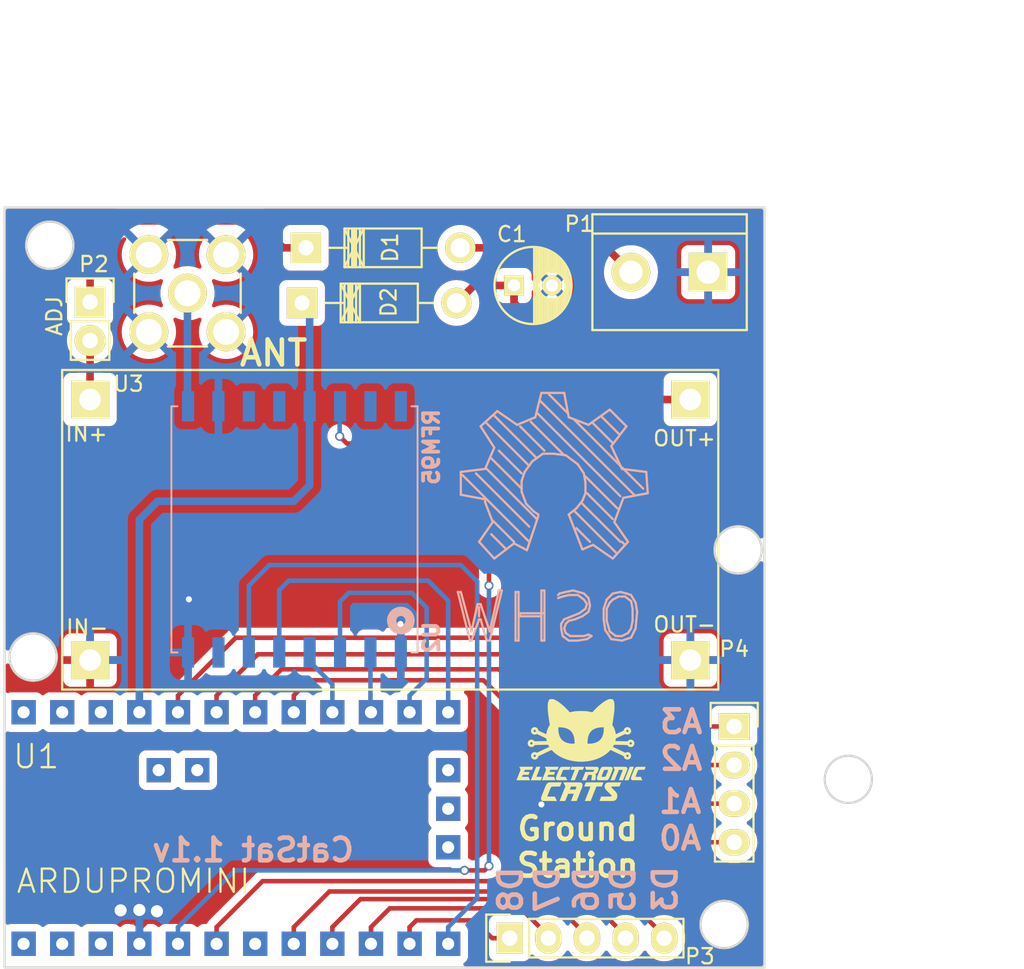
<source format=kicad_pcb>
(kicad_pcb (version 20221018) (generator pcbnew)
  (title_block (title "earth_station") (date "2016-08-03") (rev "0.2") (company "Electronic Cats") (comment 1 "Eduardo Contreras"))
  (layers (0 "F.Cu" signal) (31 "B.Cu" signal) (34 "B.Paste" user) (35 "F.Paste" user) (36 "B.SilkS" user "B.Silkscreen") (37 "F.SilkS" user "F.Silkscreen") (38 "B.Mask" user) (39 "F.Mask" user) (44 "Edge.Cuts" user))
  (net 0 "")
  (net 1 "Net-(A1-Pad1)")
  (net 2 "GND")
  (net 3 "VCC")
  (net 4 "Net-(U1-Pad7)")
  (net 5 "Net-(U1-Pad8)")
  (net 6 "Net-(U1-Pad9)")
  (net 7 "/INT0")
  (net 8 "Net-(U1-Pad13)")
  (net 9 "/RST")
  (net 10 "Net-(U1-Pad19)")
  (net 11 "Net-(U1-Pad20)")
  (net 12 "Net-(U1-Pad21)")
  (net 13 "/SCK")
  (net 14 "/MISO")
  (net 15 "/MOSI")
  (net 16 "/NSS")
  (net 17 "Net-(U1-Pad32)")
  (net 18 "Net-(U1-Pad31)")
  (net 19 "Net-(U2-Pad9)")
  (net 20 "Net-(U2-Pad10)")
  (net 21 "Net-(U2-Pad13)")
  (net 22 "Net-(U2-Pad14)")
  (net 23 "Net-(U2-Pad7)")
  (net 24 "(+3.3)")
  (net 25 "Net-(D1-Pad2)")
  (net 26 "Net-(D1-Pad1)")
  (net 27 "Net-(P2-Pad2)")
  (net 28 "Net-(P3-Pad1)")
  (net 29 "Net-(P3-Pad2)")
  (net 30 "Net-(P3-Pad3)")
  (net 31 "Net-(P3-Pad4)")
  (net 32 "Net-(P3-Pad5)")
  (net 33 "Net-(P4-Pad1)")
  (net 34 "Net-(P4-Pad2)")
  (net 35 "Net-(P4-Pad3)")
  (net 36 "Net-(P4-Pad4)")
  (footprint "smd:AMPHENOL_901-144" (layer "F.Cu") (at 121.16 78.31)
    (fp_text reference "A1")
    (fp_text value "ANT" (at 5.665 3.94) (layer "F.SilkS") (effects (font (size 1.64 1.64) (thickness 0.3))))
    (pad "1" thru_hole circle (at 0 0) (size 2.5527 2.5527) (drill 1.7018) (layers "*.Cu" "*.Mask" "F.SilkS") (net 1 "Net-(A1-Pad1)"))
    (pad "2" thru_hole circle (at -2.54 -2.54) (size 2.5527 2.5527) (drill 1.7018) (layers "*.Cu" "*.Mask" "F.SilkS") (net 2 "GND"))
    (pad "3" thru_hole circle (at -2.54 2.54) (size 2.5527 2.5527) (drill 1.7018) (layers "*.Cu" "*.Mask" "F.SilkS") (net 2 "GND"))
    (pad "4" thru_hole circle (at 2.54 2.54) (size 2.5527 2.5527) (drill 1.7018) (layers "*.Cu" "*.Mask" "F.SilkS") (net 2 "GND"))
    (pad "5" thru_hole circle (at 2.54 -2.54) (size 2.5527 2.5527) (drill 1.7018) (layers "*.Cu" "*.Mask" "F.SilkS") (net 2 "GND"))
  )
  (footprint "Capacitors_ThroughHole:C_Radial_D5_L6_P2.5" (layer "F.Cu") (at 142.65 77.8)
    (fp_text reference "C1" (at -0.15 -3.375) (layer "F.SilkS"))
    (fp_text value "10uF")
    (pad "1" thru_hole rect (at 0 0) (size 1.3 1.3) (drill 0.8) (layers "*.Cu" "*.Mask" "F.SilkS") (net 24 "(+3.3)"))
    (pad "2" thru_hole circle (at 2.5 0) (size 1.3 1.3) (drill 0.8) (layers "*.Cu" "*.Mask" "F.SilkS") (net 2 "GND"))
  )
  (footprint "CatSat:arduinoMiniPro2" (layer "F.Cu") (at 116.725 116.045 90)
    (fp_text reference "U1" (at 7.245 -5.525 180) (layer "F.SilkS") (effects (font (size 1.524 1.524))))
    (fp_text value "ARDUPROMINI" (at -0.955 0.875) (layer "F.SilkS") (effects (font (size 1.524 1.524))))
    (pad "7" thru_hole rect (at -5.08 -6.35 270) (size 1.6 1.6) (drill 0.8) (layers "*.Cu" "*.Mask") (net 4 "Net-(U1-Pad7)"))
    (pad "8" thru_hole rect (at -5.08 -3.81 270) (size 1.6 1.6) (drill 0.8) (layers "*.Cu" "*.Mask") (net 5 "Net-(U1-Pad8)"))
    (pad "9" thru_hole rect (at -5.08 -1.27 270) (size 1.6 1.6) (drill 0.8) (layers "*.Cu" "*.Mask") (net 6 "Net-(U1-Pad9)"))
    (pad "10" thru_hole rect (at -5.08 1.27 270) (size 1.6 1.6) (drill 0.8) (layers "*.Cu" "*.Mask") (net 2 "GND"))
    (pad "11" thru_hole rect (at -5.08 3.81 270) (size 1.6 1.6) (drill 0.8) (layers "*.Cu" "*.Mask") (net 7 "/INT0"))
    (pad "12" thru_hole rect (at -5.08 6.35 270) (size 1.6 1.6) (drill 0.8) (layers "*.Cu" "*.Mask") (net 32 "Net-(P3-Pad5)"))
    (pad "13" thru_hole rect (at -5.08 8.89 270) (size 1.6 1.6) (drill 0.8) (layers "*.Cu" "*.Mask") (net 8 "Net-(U1-Pad13)"))
    (pad "14" thru_hole rect (at -5.08 11.43 270) (size 1.6 1.6) (drill 0.8) (layers "*.Cu" "*.Mask") (net 31 "Net-(P3-Pad4)"))
    (pad "15" thru_hole rect (at -5.08 13.97 270) (size 1.6 1.6) (drill 0.8) (layers "*.Cu" "*.Mask") (net 30 "Net-(P3-Pad3)"))
    (pad "16" thru_hole rect (at -5.08 16.51 270) (size 1.6 1.6) (drill 0.8) (layers "*.Cu" "*.Mask") (net 29 "Net-(P3-Pad2)"))
    (pad "17" thru_hole rect (at -5.08 19.05 270) (size 1.6 1.6) (drill 0.8) (layers "*.Cu" "*.Mask") (net 28 "Net-(P3-Pad1)"))
    (pad "18" thru_hole rect (at -5.08 21.59 270) (size 1.6 1.6) (drill 0.8) (layers "*.Cu" "*.Mask") (net 9 "/RST"))
    (pad "19" thru_hole rect (at 10.16 -6.35 270) (size 1.6 1.6) (drill 0.8) (layers "*.Cu" "*.Mask") (net 10 "Net-(U1-Pad19)"))
    (pad "20" thru_hole rect (at 10.16 -3.81 270) (size 1.6 1.6) (drill 0.8) (layers "*.Cu" "*.Mask") (net 11 "Net-(U1-Pad20)"))
    (pad "21" thru_hole rect (at 10.16 -1.27 270) (size 1.6 1.6) (drill 0.8) (layers "*.Cu" "*.Mask") (net 12 "Net-(U1-Pad21)"))
    (pad "22" thru_hole rect (at 10.16 1.27 270) (size 1.6 1.6) (drill 0.8) (layers "*.Cu" "*.Mask") (net 3 "VCC"))
    (pad "23" thru_hole rect (at 10.16 3.81 270) (size 1.6 1.6) (drill 0.8) (layers "*.Cu" "*.Mask") (net 33 "Net-(P4-Pad1)"))
    (pad "24" thru_hole rect (at 10.16 6.35 270) (size 1.6 1.6) (drill 0.8) (layers "*.Cu" "*.Mask") (net 34 "Net-(P4-Pad2)"))
    (pad "25" thru_hole rect (at 10.16 8.89 270) (size 1.6 1.6) (drill 0.8) (layers "*.Cu" "*.Mask") (net 35 "Net-(P4-Pad3)"))
    (pad "26" thru_hole rect (at 10.16 11.43 270) (size 1.6 1.6) (drill 0.8) (layers "*.Cu" "*.Mask") (net 36 "Net-(P4-Pad4)"))
    (pad "27" thru_hole rect (at 10.16 13.97 270) (size 1.6 1.6) (drill 0.8) (layers "*.Cu" "*.Mask") (net 13 "/SCK"))
    (pad "28" thru_hole rect (at 10.16 16.51 270) (size 1.6 1.6) (drill 0.8) (layers "*.Cu" "*.Mask") (net 14 "/MISO"))
    (pad "29" thru_hole rect (at 10.16 19.05 270) (size 1.6 1.6) (drill 0.8) (layers "*.Cu" "*.Mask") (net 15 "/MOSI"))
    (pad "30" thru_hole rect (at 10.16 21.59 270) (size 1.6 1.6) (drill 0.8) (layers "*.Cu" "*.Mask") (net 16 "/NSS"))
    (pad "31" thru_hole rect (at 6.35 5.08) (size 1.6 1.6) (drill 0.8) (layers "*.Cu" "*.Mask") (net 18 "Net-(U1-Pad31)"))
    (pad "32" thru_hole rect (at 6.35 2.54) (size 1.6 1.6) (drill 0.8) (layers "*.Cu" "*.Mask") (net 17 "Net-(U1-Pad32)"))
    (pad "A6" thru_hole rect (at 3.81 21.59) (size 1.6 1.6) (drill 0.8) (layers "*.Cu" "*.Mask"))
    (pad "A7" thru_hole rect (at 6.35 21.59) (size 1.6 1.6) (drill 0.8) (layers "*.Cu" "*.Mask"))
    (pad "GND4" thru_hole rect (at 1.27 21.59) (size 1.6 1.6) (drill 0.8) (layers "*.Cu" "*.Mask"))
  )
  (footprint "Diodes_ThroughHole:Diode_DO-41_SOD81_Horizontal_RM10" (layer "F.Cu") (at 128.7 78.95254)
    (fp_text reference "D2" (at 5.7 -0.05 90) (layer "F.SilkS"))
    (fp_text value "D")
    (pad "1" thru_hole rect (at 0 -0.00254 180) (size 1.99898 1.99898) (drill 1.00076) (layers "*.Cu" "*.Mask" "F.SilkS") (net 3 "VCC"))
    (pad "2" thru_hole circle (at 10.16 -0.00254 180) (size 1.99898 1.99898) (drill 1.27) (layers "*.Cu" "*.Mask" "F.SilkS") (net 24 "(+3.3)"))
  )
  (footprint "Connect:bornier2" (layer "F.Cu") (at 152.885 76.925 180)
    (fp_text reference "P1" (at 5.935 3.175 180) (layer "F.SilkS"))
    (fp_text value "CONN_01X02")
    (pad "1" thru_hole rect (at -2.54 0 180) (size 2.54 2.54) (drill 1.524) (layers "*.Cu" "*.Mask" "F.SilkS") (net 2 "GND"))
    (pad "2" thru_hole circle (at 2.54 0 180) (size 2.54 2.54) (drill 1.524) (layers "*.Cu" "*.Mask" "F.SilkS") (net 25 "Net-(D1-Pad2)"))
  )
  (footprint "CatSat:LM2596DC-DC" (layer "F.Cu") (at 112.9115 83.3615)
    (fp_text reference "U3" (at 4.365 0.9135) (layer "F.SilkS"))
    (fp_text value "LM2596_DC-DC")
    (fp_text user "OUT+" (at 40.95 4.5) (layer "F.SilkS"))
    (fp_text user "OUT-" (at 40.96 16.75) (layer "F.SilkS"))
    (fp_text user "IN-" (at 1.65 16.95) (layer "F.SilkS"))
    (fp_text user "IN+" (at 1.6 4.2) (layer "F.SilkS"))
    (pad "1" thru_hole rect (at 1.8415 1.9435) (size 2.5 2.5) (drill 1.42) (layers "*.Cu" "*.Mask" "F.SilkS") (net 27 "Net-(P2-Pad2)"))
    (pad "2" thru_hole rect (at 1.84 19.0885) (size 2.5 2.5) (drill 1.42) (layers "*.Cu" "*.Mask" "F.SilkS") (net 2 "GND"))
    (pad "3" thru_hole rect (at 41.3385 1.9435) (size 2.5 2.5) (drill 1.42) (layers "*.Cu" "*.Mask" "F.SilkS") (net 24 "(+3.3)"))
    (pad "4" thru_hole rect (at 41.3385 19.0885) (size 2.5 2.5) (drill 1.42) (layers "*.Cu" "*.Mask" "F.SilkS") (net 2 "GND"))
  )
  (footprint "Diodes_ThroughHole:Diode_DO-41_SOD81_Horizontal_RM10" (layer "F.Cu") (at 128.95 75.325)
    (fp_text reference "D1" (at 5.55 -0.025 90) (layer "F.SilkS"))
    (fp_text value "1N400x")
    (pad "1" thru_hole rect (at 0 -0.00254 180) (size 1.99898 1.99898) (drill 1.00076) (layers "*.Cu" "*.Mask" "F.SilkS") (net 26 "Net-(D1-Pad1)"))
    (pad "2" thru_hole circle (at 10.16 -0.00254 180) (size 1.99898 1.99898) (drill 1.27) (layers "*.Cu" "*.Mask" "F.SilkS") (net 25 "Net-(D1-Pad2)"))
  )
  (footprint "theinventorhouse:electronic_cats_logo_8x6" (layer "F.Cu") (at 147.06 108.37)
    (fp_text reference "G***" hide)
    (fp_text value "LOGO" hide)
  )
  (footprint "Pin_Headers:Pin_Header_Straight_1x02" (layer "F.Cu") (at 114.75 78.885)
    (fp_text reference "P2" (at 0.25 -2.485) (layer "F.SilkS"))
    (fp_text value "ADJ" (at -2.35 0.915 90) (layer "F.SilkS"))
    (pad "1" thru_hole rect (at 0 0) (size 2.032 2.032) (drill 1.016) (layers "*.Cu" "*.Mask" "F.SilkS") (net 26 "Net-(D1-Pad1)"))
    (pad "2" thru_hole oval (at 0 2.54) (size 2.032 2.032) (drill 1.016) (layers "*.Cu" "*.Mask" "F.SilkS") (net 27 "Net-(P2-Pad2)"))
  )
  (footprint "Pin_Headers:Pin_Header_Straight_1x05" (layer "F.Cu") (at 142.37 120.75 90)
    (fp_text reference "P3" (at -1.2 12.51 180) (layer "F.SilkS"))
    (fp_text value "CONN_01X05")
    (pad "1" thru_hole rect (at 0 0 90) (size 2.032 1.7272) (drill 1.016) (layers "*.Cu" "*.Mask" "F.SilkS") (net 28 "Net-(P3-Pad1)"))
    (pad "2" thru_hole oval (at 0 2.54 90) (size 2.032 1.7272) (drill 1.016) (layers "*.Cu" "*.Mask" "F.SilkS") (net 29 "Net-(P3-Pad2)"))
    (pad "3" thru_hole oval (at 0 5.08 90) (size 2.032 1.7272) (drill 1.016) (layers "*.Cu" "*.Mask" "F.SilkS") (net 30 "Net-(P3-Pad3)"))
    (pad "4" thru_hole oval (at 0 7.62 90) (size 2.032 1.7272) (drill 1.016) (layers "*.Cu" "*.Mask" "F.SilkS") (net 31 "Net-(P3-Pad4)"))
    (pad "5" thru_hole oval (at 0 10.16 90) (size 2.032 1.7272) (drill 1.016) (layers "*.Cu" "*.Mask" "F.SilkS") (net 32 "Net-(P3-Pad5)"))
  )
  (footprint "Pin_Headers:Pin_Header_Straight_1x04" (layer "F.Cu") (at 157.14 106.82)
    (fp_text reference "P4" (at 0 -5.1) (layer "F.SilkS"))
    (fp_text value "CONN_01X04")
    (pad "1" thru_hole rect (at 0 0) (size 2.032 1.7272) (drill 1.016) (layers "*.Cu" "*.Mask" "F.SilkS") (net 33 "Net-(P4-Pad1)"))
    (pad "2" thru_hole oval (at 0 2.54) (size 2.032 1.7272) (drill 1.016) (layers "*.Cu" "*.Mask" "F.SilkS") (net 34 "Net-(P4-Pad2)"))
    (pad "3" thru_hole oval (at 0 5.08) (size 2.032 1.7272) (drill 1.016) (layers "*.Cu" "*.Mask" "F.SilkS") (net 35 "Net-(P4-Pad3)"))
    (pad "4" thru_hole oval (at 0 7.62) (size 2.032 1.7272) (drill 1.016) (layers "*.Cu" "*.Mask" "F.SilkS") (net 36 "Net-(P4-Pad4)"))
  )
  (footprint "CatSat:RFM" (layer "B.Cu") (at 128.2 93.85 90)
    (fp_text reference "U2" (at -5.95 9.6 90) (layer "B.SilkS") (effects (font (thickness 0.25)) (justify left bottom mirror)))
    (fp_text value "RFM95" (at 8.04 9.6 90) (layer "B.SilkS") (effects (font (thickness 0.25)) (justify left bottom mirror)))
    (pad "1" smd rect (at -8.1 7 90) (size 2 0.8) (layers "B.Cu" "B.Paste" "B.Mask") (net 2 "GND"))
    (pad "2" smd rect (at -8.1 5 90) (size 2 0.8) (layers "B.Cu" "B.Paste" "B.Mask") (net 14 "/MISO"))
    (pad "3" smd rect (at -8.1 3 90) (size 2 0.8) (layers "B.Cu" "B.Paste" "B.Mask") (net 15 "/MOSI"))
    (pad "4" smd rect (at -8.1 1 90) (size 2 0.8) (layers "B.Cu" "B.Paste" "B.Mask") (net 13 "/SCK"))
    (pad "5" smd rect (at -8.1 -1 90) (size 2 0.8) (layers "B.Cu" "B.Paste" "B.Mask") (net 16 "/NSS"))
    (pad "6" smd rect (at -8.1 -3 90) (size 2 0.8) (layers "B.Cu" "B.Paste" "B.Mask") (net 9 "/RST"))
    (pad "7" smd rect (at -8.1 -5 90) (size 2 0.8) (layers "B.Cu" "B.Paste" "B.Mask") (net 23 "Net-(U2-Pad7)"))
    (pad "8" smd rect (at -8.1 -7 270) (size 2 0.8) (layers "B.Cu" "B.Paste" "B.Mask") (net 2 "GND"))
    (pad "9" smd rect (at 8.1 7 270) (size 2 0.8) (layers "B.Cu" "B.Paste" "B.Mask") (net 19 "Net-(U2-Pad9)"))
    (pad "10" smd rect (at 8.1 5 270) (size 2 0.8) (layers "B.Cu" "B.Paste" "B.Mask") (net 20 "Net-(U2-Pad10)"))
    (pad "11" smd rect (at 8.1 3 270) (size 2 0.8) (layers "B.Cu" "B.Paste" "B.Mask") (net 7 "/INT0"))
    (pad "12" smd rect (at 8.1 1 270) (size 2 0.8) (layers "B.Cu" "B.Paste" "B.Mask") (net 3 "VCC"))
    (pad "13" smd rect (at 8.1 -1 270) (size 2 0.8) (layers "B.Cu" "B.Paste" "B.Mask") (net 21 "Net-(U2-Pad13)"))
    (pad "14" smd rect (at 8.1 -3 270) (size 2 0.8) (layers "B.Cu" "B.Paste" "B.Mask") (net 22 "Net-(U2-Pad14)"))
    (pad "15" smd rect (at 8.1 -5 270) (size 2 0.8) (layers "B.Cu" "B.Paste" "B.Mask") (net 2 "GND"))
    (pad "16" smd rect (at 8.1 -7 270) (size 2 0.8) (layers "B.Cu" "B.Paste" "B.Mask") (net 1 "Net-(A1-Pad1)"))
  )
  (footprint "Symbols:Symbol_OSHW-Logo_SilkScreen_BIG" (layer "B.Cu") (at 145.15 71.67 180)
    (fp_text reference "REF**")
    (fp_text value "Symbol_OSHW-Logo_SilkScreen_BIG")
  )
  (gr_circle (center 156.475 119.85) (end 156.575 121.4) (stroke (width 0.15)) (fill none) (layer "Edge.Cuts"))
  (gr_circle (center 111 102.246778) (end 111.1 103.796778) (stroke (width 0.15)) (fill none) (layer "Edge.Cuts"))
  (gr_circle (center 157.4 95.2) (end 157.5 96.75) (stroke (width 0.15)) (fill none) (layer "Edge.Cuts"))
  (gr_circle (center 164.65 110.3) (end 164.75 111.85) (stroke (width 0.15)) (fill none) (layer "Edge.Cuts"))
  (gr_line (start 109.125 122.675) (end 109.125 72.675) (stroke (width 0.15)) (layer "Edge.Cuts"))
  (gr_line (start 159.125 72.675) (end 159.125 122.675) (stroke (width 0.15)) (layer "Edge.Cuts"))
  (gr_line (start 159.125 122.675) (end 109.125 122.675) (stroke (width 0.15)) (layer "Edge.Cuts"))
  (gr_circle (center 112.1 75.15) (end 112.2 76.7) (stroke (width 0.15)) (fill none) (layer "Edge.Cuts"))
  (gr_line (start 109.125 72.675) (end 159.125 72.675) (stroke (width 0.15)) (layer "Edge.Cuts"))
  (gr_text "A1\nA0\n" (at 153.58 112.97) (layer "B.SilkS") (effects (font (size 1.5 1.5) (thickness 0.3)) (justify mirror)))
  (gr_text "D8\nD7" (at 143.63 117.56 90) (layer "B.SilkS") (effects (font (size 1.5 1.5) (thickness 0.3)) (justify mirror)))
  (gr_text "D6\nD5\n" (at 148.62 117.57 90) (layer "B.SilkS") (effects (font (size 1.5 1.5) (thickness 0.3)) (justify mirror)))
  (gr_text "A3\nA2\n" (at 153.65 107.72) (layer "B.SilkS") (effects (font (size 1.5 1.5) (thickness 0.3)) (justify mirror)))
  (gr_text "CatSat 1.1v\n" (at 125.48 114.95) (layer "B.SilkS") (effects (font (size 1.5 1.5) (thickness 0.3)) (justify mirror)))
  (gr_text "D3" (at 152.6 117.53 90) (layer "B.SilkS") (effects (font (size 1.5 1.5) (thickness 0.3)) (justify mirror)))
  (gr_text "Ground\nStation\n" (at 146.84 114.75) (layer "F.SilkS") (effects (font (size 1.5 1.5) (thickness 0.3))))
  (segment (start 121.16 85.71) (end 121.2 85.75) (width 0.5) (layer "B.Cu") (net 1))
  (segment (start 121.2 78.35) (end 121.16 78.31) (width 0.5) (layer "B.Cu") (net 1))
  (segment (start 121.16 78.31) (end 121.16 85.71) (width 0.5) (layer "B.Cu") (net 1))
  (segment (start 141.9 108) (end 144.7 110.8) (width 0.3) (layer "F.Cu") (net 2))
  (segment (start 117.995 121.125) (end 117.995 120.03) (width 0.3) (layer "F.Cu") (net 2))
  (segment (start 117.67 119.7) (end 117.47 119.7) (width 0.3) (layer "F.Cu") (net 2))
  (segment (start 117.995 121.125) (end 117.995 120.025) (width 0.3) (layer "F.Cu") (net 2))
  (segment (start 130.13 108) (end 141.9 108) (width 0.3) (layer "F.Cu") (net 2))
  (segment (start 117.995 120.03) (end 118.12 120.03) (width 0.3) (layer "F.Cu") (net 2))
  (segment (start 117.47 119.7) (end 116.76 118.99) (width 0.3) (layer "F.Cu") (net 2))
  (segment (start 117.995 120.025) (end 117.67 119.7) (width 0.3) (layer "F.Cu") (net 2))
  (segment (start 117.995 120.03) (end 117.995 118.895) (width 0.3) (layer "F.Cu") (net 2))
  (segment (start 144.7 111.7) (end 144.45 111.95) (width 0.3) (layer "F.Cu") (net 2))
  (segment (start 118.12 120.03) (end 119.15 119) (width 0.3) (layer "F.Cu") (net 2))
  (segment (start 144.7 110.8) (end 144.7 111.7) (width 0.3) (layer "F.Cu") (net 2))
  (segment (start 116.76 118.99) (end 116.76 118.92) (width 0.3) (layer "F.Cu") (net 2))
  (segment (start 118.62 80.85) (end 118.89999 80.85) (width 0.3) (layer "F.Cu") (net 2))
  (segment (start 119.15 119) (end 119.15 118.98) (width 0.3) (layer "F.Cu") (net 2))
  (segment (start 118.62 80.85) (end 119.25 80.85) (width 0.3) (layer "F.Cu") (net 2))
  (segment (start 119.15 118.98) (end 130.13 108) (width 0.3) (layer "F.Cu") (net 2))
  (via (at 144.45 111.95) (size 0.6) (drill 0.4) (layers "F.Cu" "B.Cu") (net 2))
  (via (at 116.76 118.92) (size 1) (drill 0.8) (layers "F.Cu" "B.Cu") (net 2))
  (via (at 121.25 98.45) (size 0.6) (drill 0.4) (layers "F.Cu" "B.Cu") (net 2))
  (via (at 119.15 118.98) (size 1) (drill 0.8) (layers "F.Cu" "B.Cu") (net 2))
  (via (at 117.995 118.895) (size 1) (drill 0.8) (layers "F.Cu" "B.Cu") (net 2))
  (via (at 135.175 100.075) (size 0.6) (drill 0.4) (layers "F.Cu" "B.Cu") (net 2))
  (segment (start 135.2 100.1) (end 135.175 100.075) (width 0.3) (layer "B.Cu") (net 2))
  (segment (start 135.2 101.95) (end 135.2 100.1) (width 0.3) (layer "B.Cu") (net 2))
  (segment (start 121.2 101.95) (end 121.2 98.5) (width 0.3) (layer "B.Cu") (net 2))
  (segment (start 121.2 98.5) (end 121.25 98.45) (width 0.3) (layer "B.Cu") (net 2))
  (segment (start 129.2 85.75) (end 129.2 79.45) (width 0.5) (layer "B.Cu") (net 3))
  (segment (start 128.15 92) (end 129.2 90.95) (width 0.5) (layer "B.Cu") (net 3))
  (segment (start 119.2 92) (end 128.15 92) (width 0.5) (layer "B.Cu") (net 3))
  (segment (start 117.995 105.885) (end 117.995 93.205) (width 0.5) (layer "B.Cu") (net 3))
  (segment (start 129.2 79.45) (end 128.7 78.95) (width 0.5) (layer "B.Cu") (net 3))
  (segment (start 129.2 90.95) (end 129.2 85.75) (width 0.5) (layer "B.Cu") (net 3))
  (segment (start 117.995 93.205) (end 119.2 92) (width 0.5) (layer "B.Cu") (net 3))
  (segment (start 140.71 116.29) (end 141 116) (width 0.3) (layer "F.Cu") (net 7))
  (segment (start 141 88.7) (end 140.5 88.2) (width 0.3) (layer "F.Cu") (net 7))
  (segment (start 141 97.55) (end 141 88.7) (width 0.3) (layer "F.Cu") (net 7))
  (segment (start 131.65 88.2) (end 131.175 87.725) (width 0.3) (layer "F.Cu") (net 7))
  (segment (start 140.5 88.2) (end 131.65 88.2) (width 0.3) (layer "F.Cu") (net 7))
  (segment (start 139.39 116.29) (end 140.71 116.29) (width 0.3) (layer "F.Cu") (net 7))
  (via (at 139.39 116.29) (size 0.6) (drill 0.4) (layers "F.Cu" "B.Cu") (net 7))
  (via (at 131.175 87.725) (size 0.6) (drill 0.4) (layers "F.Cu" "B.Cu") (net 7))
  (via (at 141 116) (size 0.6) (drill 0.4) (layers "F.Cu" "B.Cu") (net 7))
  (via (at 141 97.55) (size 0.6) (drill 0.4) (layers "F.Cu" "B.Cu") (net 7))
  (segment (start 120.535 120.025) (end 124.27 116.29) (width 0.3) (layer "B.Cu") (net 7))
  (segment (start 131.175 87.725) (end 131.175 85.775) (width 0.3) (layer "B.Cu") (net 7))
  (segment (start 124.27 116.29) (end 139.39 116.29) (width 0.3) (layer "B.Cu") (net 7))
  (segment (start 120.535 121.125) (end 120.535 120.025) (width 0.3) (layer "B.Cu") (net 7))
  (segment (start 131.175 85.775) (end 131.2 85.75) (width 0.3) (layer "B.Cu") (net 7))
  (segment (start 141 116) (end 141 97.55) (width 0.3) (layer "B.Cu") (net 7))
  (segment (start 140.225 97.275) (end 140.225 118.115) (width 0.3) (layer "B.Cu") (net 9))
  (segment (start 126.55 96.2) (end 139.15 96.2) (width 0.3) (layer "B.Cu") (net 9))
  (segment (start 140.225 118.115) (end 138.315 120.025) (width 0.3) (layer "B.Cu") (net 9))
  (segment (start 139.15 96.2) (end 140.225 97.275) (width 0.3) (layer "B.Cu") (net 9))
  (segment (start 138.315 120.025) (end 138.315 121.125) (width 0.3) (layer "B.Cu") (net 9))
  (segment (start 125.2 97.55) (end 126.55 96.2) (width 0.3) (layer "B.Cu") (net 9))
  (segment (start 125.2 101.95) (end 125.2 97.55) (width 0.3) (layer "B.Cu") (net 9))
  (segment (start 129.2 101.95) (end 129.2 102.55) (width 0.3) (layer "B.Cu") (net 13))
  (segment (start 129.2 102.55) (end 130.695 104.045) (width 0.3) (layer "B.Cu") (net 13))
  (segment (start 130.695 104.045) (end 130.695 105.885) (width 0.3) (layer "B.Cu") (net 13))
  (segment (start 133.2 101.95) (end 133.2 105.85) (width 0.3) (layer "B.Cu") (net 14))
  (segment (start 133.2 105.85) (end 133.235 105.885) (width 0.3) (layer "B.Cu") (net 14))
  (segment (start 135.775 104.785) (end 136.9 103.66) (width 0.3) (layer "B.Cu") (net 15))
  (segment (start 135.775 105.885) (end 135.775 104.785) (width 0.3) (layer "B.Cu") (net 15))
  (segment (start 135.925 98.025) (end 136.9 99) (width 0.3) (layer "B.Cu") (net 15))
  (segment (start 136.9 103.66) (end 136.9 99.55521) (width 0.3) (layer "B.Cu") (net 15))
  (segment (start 131.2 98.6) (end 131.775 98.025) (width 0.3) (layer "B.Cu") (net 15))
  (segment (start 131.775 98.025) (end 135.925 98.025) (width 0.3) (layer "B.Cu") (net 15))
  (segment (start 131.2 101.95) (end 131.2 98.6) (width 0.3) (layer "B.Cu") (net 15))
  (segment (start 136.9 99) (end 136.9 99.55521) (width 0.3) (layer "B.Cu") (net 15))
  (segment (start 136.9 99.55521) (end 136.9 99.35) (width 0.3) (layer "B.Cu") (net 15))
  (segment (start 138.315 105.885) (end 138.315 98.54) (width 0.3) (layer "B.Cu") (net 16))
  (segment (start 138.315 98.54) (end 137 97.225) (width 0.3) (layer "B.Cu") (net 16))
  (segment (start 127.825 97.225) (end 127.2 97.85) (width 0.3) (layer "B.Cu") (net 16))
  (segment (start 137 97.225) (end 127.825 97.225) (width 0.3) (layer "B.Cu") (net 16))
  (segment (start 127.2 97.85) (end 127.2 101.95) (width 0.3) (layer "B.Cu") (net 16))
  (segment (start 142.65 77.8) (end 140.01 77.8) (width 0.5) (layer "F.Cu") (net 24))
  (segment (start 142.65 78.95) (end 149.005 85.305) (width 0.5) (layer "F.Cu") (net 24))
  (segment (start 142.65 77.8) (end 142.65 78.95) (width 0.5) (layer "F.Cu") (net 24))
  (segment (start 152.5 85.305) (end 154.25 85.305) (width 0.5) (layer "F.Cu") (net 24))
  (segment (start 149.005 85.305) (end 152.5 85.305) (width 0.5) (layer "F.Cu") (net 24))
  (segment (start 142.65 77.8) (end 142.65 78.7) (width 0.5) (layer "F.Cu") (net 24))
  (segment (start 140.01 77.8) (end 138.86 78.95) (width 0.5) (layer "F.Cu") (net 24))
  (segment (start 139.11 75.32246) (end 148.74246 75.32246) (width 0.5) (layer "F.Cu") (net 25))
  (segment (start 148.74246 75.32246) (end 150.345 76.925) (width 0.5) (layer "F.Cu") (net 25))
  (segment (start 116.95 73.55) (end 114.75 75.75) (width 0.5) (layer "F.Cu") (net 26))
  (segment (start 125.67805 73.55) (end 116.95 73.55) (width 0.5) (layer "F.Cu") (net 26))
  (segment (start 114.75 75.75) (end 114.75 78.885) (width 0.5) (layer "F.Cu") (net 26))
  (segment (start 127.45051 75.32246) (end 125.67805 73.55) (width 0.5) (layer "F.Cu") (net 26))
  (segment (start 128.95 75.32246) (end 127.45051 75.32246) (width 0.5) (layer "F.Cu") (net 26))
  (segment (start 114.75 85.302) (end 114.753 85.305) (width 0.3) (layer "F.Cu") (net 27))
  (segment (start 114.75 81.425) (end 114.75 85.302) (width 0.5) (layer "F.Cu") (net 27))
  (segment (start 135.775 120.025) (end 136.22 119.58) (width 0.3) (layer "F.Cu") (net 28))
  (segment (start 141.2064 120.75) (end 142.37 120.75) (width 0.3) (layer "F.Cu") (net 28))
  (segment (start 140.0364 119.58) (end 141.2064 120.75) (width 0.3) (layer "F.Cu") (net 28))
  (segment (start 135.775 121.125) (end 135.775 120.025) (width 0.3) (layer "F.Cu") (net 28))
  (segment (start 136.22 119.58) (end 140.0364 119.58) (width 0.3) (layer "F.Cu") (net 28))
  (segment (start 144.91 120.5976) (end 143.1024 118.79) (width 0.3) (layer "F.Cu") (net 29))
  (segment (start 134.47 118.79) (end 133.235 120.025) (width 0.3) (layer "F.Cu") (net 29))
  (segment (start 133.235 120.025) (end 133.235 121.125) (width 0.3) (layer "F.Cu") (net 29))
  (segment (start 143.1024 118.79) (end 134.47 118.79) (width 0.3) (layer "F.Cu") (net 29))
  (segment (start 144.91 120.75) (end 144.91 120.5976) (width 0.3) (layer "F.Cu") (net 29))
  (segment (start 132.54 118.18) (end 145.0324 118.18) (width 0.3) (layer "F.Cu") (net 30))
  (segment (start 130.695 120.025) (end 132.54 118.18) (width 0.3) (layer "F.Cu") (net 30))
  (segment (start 130.695 121.125) (end 130.695 120.025) (width 0.3) (layer "F.Cu") (net 30))
  (segment (start 147.45 120.5976) (end 147.45 120.75) (width 0.3) (layer "F.Cu") (net 30))
  (segment (start 145.0324 118.18) (end 147.45 120.5976) (width 0.3) (layer "F.Cu") (net 30))
  (segment (start 130.50001 117.67999) (end 128.155 120.025) (width 0.3) (layer "F.Cu") (net 31))
  (segment (start 147.07239 117.67999) (end 130.50001 117.67999) (width 0.3) (layer "F.Cu") (net 31))
  (segment (start 128.155 120.025) (end 128.155 121.125) (width 0.3) (layer "F.Cu") (net 31))
  (segment (start 149.99 120.5976) (end 147.07239 117.67999) (width 0.3) (layer "F.Cu") (net 31))
  (segment (start 149.99 120.75) (end 149.99 120.5976) (width 0.3) (layer "F.Cu") (net 31))
  (segment (start 123.075 120.025) (end 126.1 117) (width 0.3) (layer "F.Cu") (net 32))
  (segment (start 152.53 120.5976) (end 152.53 120.75) (width 0.3) (layer "F.Cu") (net 32))
  (segment (start 148.9324 117) (end 152.53 120.5976) (width 0.3) (layer "F.Cu") (net 32))
  (segment (start 123.075 121.125) (end 123.075 120.025) (width 0.3) (layer "F.Cu") (net 32))
  (segment (start 126.1 117) (end 148.9324 117) (width 0.3) (layer "F.Cu") (net 32))
  (segment (start 150.1 106.82) (end 157.14 106.82) (width 0.3) (layer "F.Cu") (net 33))
  (segment (start 144.26 100.98) (end 150.1 106.82) (width 0.3) (layer "F.Cu") (net 33))
  (segment (start 120.535 104.785) (end 124.34 100.98) (width 0.3) (layer "F.Cu") (net 33))
  (segment (start 120.535 105.885) (end 120.535 104.785) (width 0.3) (layer "F.Cu") (net 33))
  (segment (start 124.34 100.98) (end 144.26 100.98) (width 0.3) (layer "F.Cu") (net 33))
  (segment (start 123.075 104.785) (end 123.075 105.885) (width 0.3) (layer "F.Cu") (net 34))
  (segment (start 149.67 109.36) (end 142.38 102.07) (width 0.3) (layer "F.Cu") (net 34))
  (segment (start 157.14 109.36) (end 149.67 109.36) (width 0.3) (layer "F.Cu") (net 34))
  (segment (start 142.38 102.07) (end 125.79 102.07) (width 0.3) (layer "F.Cu") (net 34))
  (segment (start 125.79 102.07) (end 123.075 104.785) (width 0.3) (layer "F.Cu") (net 34))
  (segment (start 125.615 105.885) (end 125.615 104.785) (width 0.3) (layer "F.Cu") (net 35))
  (segment (start 127.34 103.06) (end 141.66 103.06) (width 0.3) (layer "F.Cu") (net 35))
  (segment (start 125.615 104.785) (end 127.34 103.06) (width 0.3) (layer "F.Cu") (net 35))
  (segment (start 150.5 111.9) (end 157.14 111.9) (width 0.3) (layer "F.Cu") (net 35))
  (segment (start 141.66 103.06) (end 150.5 111.9) (width 0.3) (layer "F.Cu") (net 35))
  (segment (start 140.64 103.78) (end 129.16 103.78) (width 0.3) (layer "F.Cu") (net 36))
  (segment (start 151.3 114.44) (end 140.64 103.78) (width 0.3) (layer "F.Cu") (net 36))
  (segment (start 128.155 104.785) (end 128.155 105.885) (width 0.3) (layer "F.Cu") (net 36))
  (segment (start 129.16 103.78) (end 128.155 104.785) (width 0.3) (layer "F.Cu") (net 36))
  (segment (start 157.14 114.44) (end 151.3 114.44) (width 0.3) (layer "F.Cu") (net 36))
  (zone (net 2) (net_name "GND") (layer "F.Cu") (connect_pads (clearance 0.508)) (min_thickness 0.254) (fill yes (thermal_gap 0.508) (thermal_bridge_width 0.508))
    (polygon (pts (xy 109.125 72.675) (xy 159.125 72.675) (xy 159.125 122.675) (xy 109.125 122.675)))
  )
  (zone (net 2) (net_name "GND") (layer "B.Cu") (connect_pads (clearance 0.508)) (min_thickness 0.254) (fill yes (thermal_gap 0.8) (thermal_bridge_width 0.508))
    (polygon (pts (xy 109.15 72.7) (xy 159.1 72.7) (xy 159.1 122.65) (xy 109.15 122.65)))
  )
)
</source>
